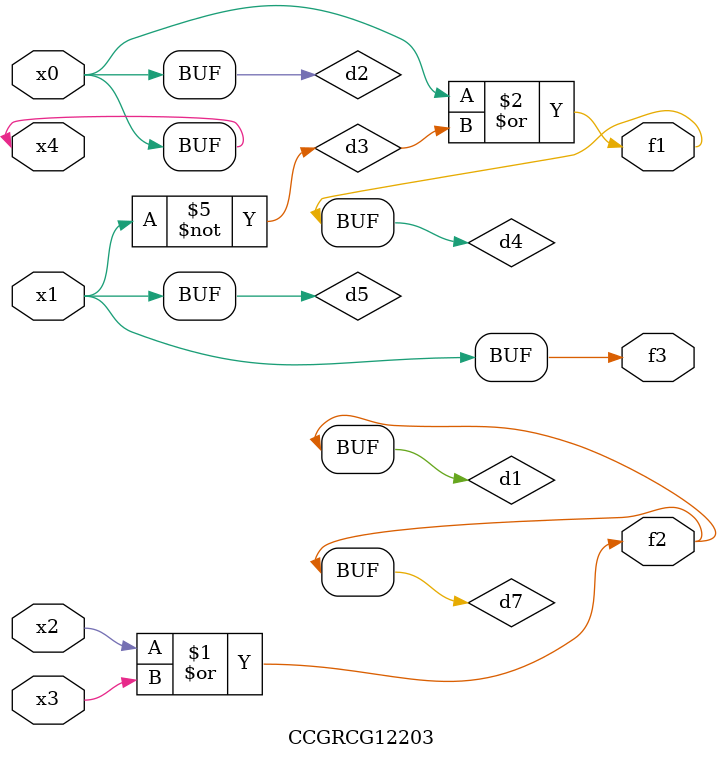
<source format=v>
module CCGRCG12203(
	input x0, x1, x2, x3, x4,
	output f1, f2, f3
);

	wire d1, d2, d3, d4, d5, d6, d7;

	or (d1, x2, x3);
	buf (d2, x0, x4);
	not (d3, x1);
	or (d4, d2, d3);
	not (d5, d3);
	nand (d6, d1, d3);
	or (d7, d1);
	assign f1 = d4;
	assign f2 = d7;
	assign f3 = d5;
endmodule

</source>
